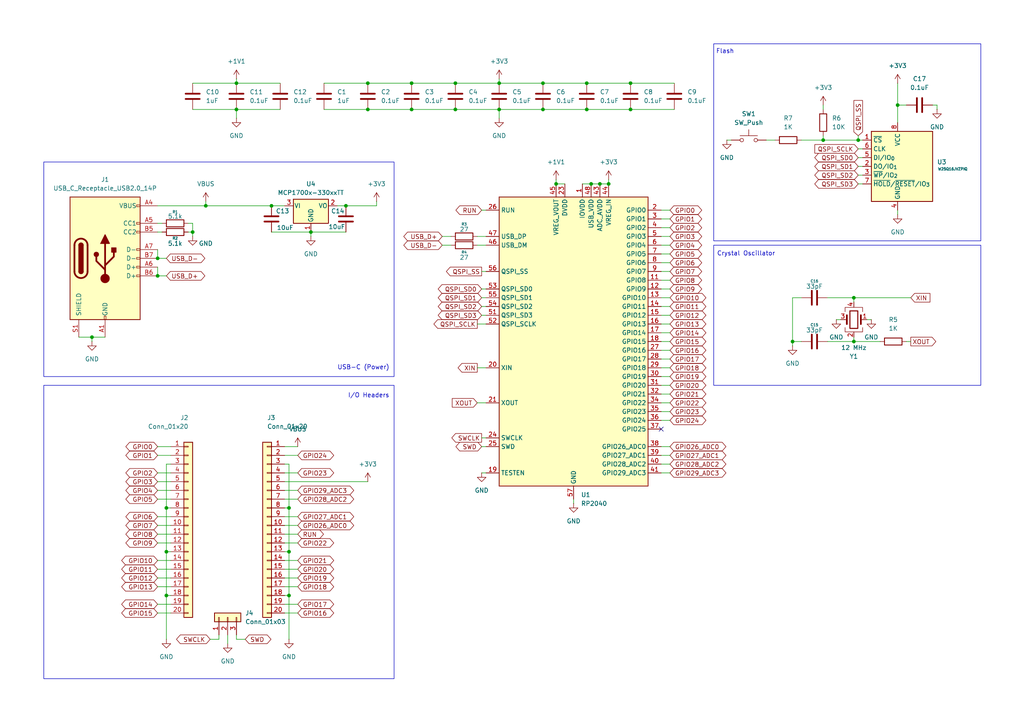
<source format=kicad_sch>
(kicad_sch (version 20250114) (generator "eeschema") (generator_version "9.0")
  (paper "A4")
  (lib_symbols
    (symbol "Connector:USB_C_Receptacle_USB2.0_14P" (pin_names (offset 1.016))
      (property "Reference" "J" (at 0 22.225 0))
      (property "Value" "USB_C_Receptacle_USB2.0_14P" (at 0 19.685 0))
      (symbol "USB_C_Receptacle_USB2.0_14P_1_1"
        (pin passive line (at -7.62 -22.86 90) (length 5.08) (name "SHIELD") (number "S1"))
        (pin passive line (at 0 -22.86 90) (length 5.08) (name "GND") (number "A1"))
        (pin passive line (at 0 -22.86 90) (length 5.08) (hide yes) (name "GND") (number "A12"))
        (pin passive line (at 0 -22.86 90) (length 5.08) (hide yes) (name "GND") (number "B1"))
        (pin passive line (at 0 -22.86 90) (length 5.08) (hide yes) (name "GND") (number "B12"))
        (pin passive line (at 15.24 15.24 180) (length 5.08) (name "VBUS") (number "A4"))
        (pin passive line (at 15.24 15.24 180) (length 5.08) (hide yes) (name "VBUS") (number "A9"))
        (pin passive line (at 15.24 15.24 180) (length 5.08) (hide yes) (name "VBUS") (number "B4"))
        (pin passive line (at 15.24 15.24 180) (length 5.08) (hide yes) (name "VBUS") (number "B9"))
        (pin bidirectional line (at 15.24 10.16 180) (length 5.08) (name "CC1") (number "A5"))
        (pin bidirectional line (at 15.24 7.62 180) (length 5.08) (name "CC2") (number "B5"))
        (pin bidirectional line (at 15.24 2.54 180) (length 5.08) (name "D-") (number "A7"))
        (pin bidirectional line (at 15.24 0 180) (length 5.08) (name "D-") (number "B7"))
        (pin bidirectional line (at 15.24 -2.54 180) (length 5.08) (name "D+") (number "A6"))
        (pin bidirectional line (at 15.24 -5.08 180) (length 5.08) (name "D+") (number "B6"))
      )
    )
    (symbol "Connector_Generic:Conn_01x03" (pin_names (offset 1.016) (hide yes))
      (property "Reference" "J" (at 0 5.08 0))
      (property "Value" "Conn_01x03" (at 0 -5.08 0))
      (symbol "Conn_01x03_1_1"
        (pin passive line (at -5.08 2.54 0) (length 3.81) (name "Pin_1") (number "1"))
        (pin passive line (at -5.08 0 0) (length 3.81) (name "Pin_2") (number "2"))
        (pin passive line (at -5.08 -2.54 0) (length 3.81) (name "Pin_3") (number "3"))
      )
    )
    (symbol "Connector_Generic:Conn_01x20" (pin_names (offset 1.016) (hide yes))
      (property "Reference" "J" (at 0 25.4 0))
      (property "Value" "Conn_01x20" (at 0 -27.94 0))
      (symbol "Conn_01x20_1_1"
        (pin passive line (at -5.08 22.86 0) (length 3.81) (name "Pin_1") (number "1"))
        (pin passive line (at -5.08 20.32 0) (length 3.81) (name "Pin_2") (number "2"))
        (pin passive line (at -5.08 17.78 0) (length 3.81) (name "Pin_3") (number "3"))
        (pin passive line (at -5.08 15.24 0) (length 3.81) (name "Pin_4") (number "4"))
        (pin passive line (at -5.08 12.7 0) (length 3.81) (name "Pin_5") (number "5"))
        (pin passive line (at -5.08 10.16 0) (length 3.81) (name "Pin_6") (number "6"))
        (pin passive line (at -5.08 7.62 0) (length 3.81) (name "Pin_7") (number "7"))
        (pin passive line (at -5.08 5.08 0) (length 3.81) (name "Pin_8") (number "8"))
        (pin passive line (at -5.08 2.54 0) (length 3.81) (name "Pin_9") (number "9"))
        (pin passive line (at -5.08 0 0) (length 3.81) (name "Pin_10") (number "10"))
        (pin passive line (at -5.08 -2.54 0) (length 3.81) (name "Pin_11") (number "11"))
        (pin passive line (at -5.08 -5.08 0) (length 3.81) (name "Pin_12") (number "12"))
        (pin passive line (at -5.08 -7.62 0) (length 3.81) (name "Pin_13") (number "13"))
        (pin passive line (at -5.08 -10.16 0) (length 3.81) (name "Pin_14") (number "14"))
        (pin passive line (at -5.08 -12.7 0) (length 3.81) (name "Pin_15") (number "15"))
        (pin passive line (at -5.08 -15.24 0) (length 3.81) (name "Pin_16") (number "16"))
        (pin passive line (at -5.08 -17.78 0) (length 3.81) (name "Pin_17") (number "17"))
        (pin passive line (at -5.08 -20.32 0) (length 3.81) (name "Pin_18") (number "18"))
        (pin passive line (at -5.08 -22.86 0) (length 3.81) (name "Pin_19") (number "19"))
        (pin passive line (at -5.08 -25.4 0) (length 3.81) (name "Pin_20") (number "20"))
      )
    )
    (symbol "Device:C" (pin_numbers (hide yes)) (pin_names (offset 0.254))
      (property "Reference" "C" (at 0.635 2.54 0))
      (property "Value" "C" (at 0.635 -2.54 0))
      (symbol "C_1_1"
        (pin passive line (at 0 3.81 270) (length 2.794) (name "~") (number "1"))
        (pin passive line (at 0 -3.81 90) (length 2.794) (name "~") (number "2"))
      )
    )
    (symbol "Device:Crystal_GND24" (pin_names (offset 1.016) (hide yes))
      (property "Reference" "Y" (at 3.175 5.08 0))
      (property "Value" "Crystal_GND24" (at 3.175 3.175 0))
      (symbol "Crystal_GND24_1_1"
        (pin passive line (at -3.81 0 0) (length 1.27) (name "1") (number "1"))
        (pin passive line (at 0 5.08 270) (length 1.27) (name "2") (number "2"))
        (pin passive line (at 0 -5.08 90) (length 1.27) (name "4") (number "4"))
        (pin passive line (at 3.81 0 180) (length 1.27) (name "3") (number "3"))
      )
    )
    (symbol "Device:R" (pin_numbers (hide yes)) (pin_names (offset 0))
      (property "Reference" "R" (at 2.032 0 90))
      (property "Value" "R" (at 0 0 90))
      (symbol "R_1_1"
        (pin passive line (at 0 3.81 270) (length 1.27) (name "~") (number "1"))
        (pin passive line (at 0 -3.81 90) (length 1.27) (name "~") (number "2"))
      )
    )
    (symbol "MCU_RaspberryPi:RP2040"
      (property "Reference" "U" (at 17.78 45.72 0))
      (property "Value" "RP2040" (at 17.78 43.18 0))
      (symbol "RP2040_1_1"
        (pin input line (at -25.4 38.1 0) (length 3.81) (name "RUN") (number "26"))
        (pin bidirectional line (at -25.4 30.48 0) (length 3.81) (name "USB_DP") (number "47"))
        (pin bidirectional line (at -25.4 27.94 0) (length 3.81) (name "USB_DM") (number "46"))
        (pin bidirectional line (at -25.4 20.32 0) (length 3.81) (name "QSPI_SS") (number "56"))
        (pin bidirectional line (at -25.4 15.24 0) (length 3.81) (name "QSPI_SD0") (number "53"))
        (pin bidirectional line (at -25.4 12.7 0) (length 3.81) (name "QSPI_SD1") (number "55"))
        (pin bidirectional line (at -25.4 10.16 0) (length 3.81) (name "QSPI_SD2") (number "54"))
        (pin bidirectional line (at -25.4 7.62 0) (length 3.81) (name "QSPI_SD3") (number "51"))
        (pin output line (at -25.4 5.08 0) (length 3.81) (name "QSPI_SCLK") (number "52"))
        (pin input line (at -25.4 -7.62 0) (length 3.81) (name "XIN") (number "20"))
        (pin passive line (at -25.4 -17.78 0) (length 3.81) (name "XOUT") (number "21"))
        (pin input line (at -25.4 -27.94 0) (length 3.81) (name "SWCLK") (number "24"))
        (pin bidirectional line (at -25.4 -30.48 0) (length 3.81) (name "SWD") (number "25"))
        (pin input line (at -25.4 -38.1 0) (length 3.81) (name "TESTEN") (number "19"))
        (pin power_out line (at -5.08 45.72 270) (length 3.81) (name "VREG_VOUT") (number "45"))
        (pin power_in line (at -2.54 45.72 270) (length 3.81) (name "DVDD") (number "23"))
        (pin passive line (at -2.54 45.72 270) (length 3.81) (hide yes) (name "DVDD") (number "50"))
        (pin power_in line (at 0 -45.72 90) (length 3.81) (name "GND") (number "57"))
        (pin power_in line (at 2.54 45.72 270) (length 3.81) (name "IOVDD") (number "1"))
        (pin passive line (at 2.54 45.72 270) (length 3.81) (hide yes) (name "IOVDD") (number "10"))
        (pin passive line (at 2.54 45.72 270) (length 3.81) (hide yes) (name "IOVDD") (number "22"))
        (pin passive line (at 2.54 45.72 270) (length 3.81) (hide yes) (name "IOVDD") (number "33"))
        (pin passive line (at 2.54 45.72 270) (length 3.81) (hide yes) (name "IOVDD") (number "42"))
        (pin passive line (at 2.54 45.72 270) (length 3.81) (hide yes) (name "IOVDD") (number "49"))
        (pin power_in line (at 5.08 45.72 270) (length 3.81) (name "USB_VDD") (number "48"))
        (pin power_in line (at 7.62 45.72 270) (length 3.81) (name "ADC_AVDD") (number "43"))
        (pin power_in line (at 10.16 45.72 270) (length 3.81) (name "VREG_IN") (number "44"))
        (pin bidirectional line (at 25.4 38.1 180) (length 3.81) (name "GPIO0") (number "2"))
        (pin bidirectional line (at 25.4 35.56 180) (length 3.81) (name "GPIO1") (number "3"))
        (pin bidirectional line (at 25.4 33.02 180) (length 3.81) (name "GPIO2") (number "4"))
        (pin bidirectional line (at 25.4 30.48 180) (length 3.81) (name "GPIO3") (number "5"))
        (pin bidirectional line (at 25.4 27.94 180) (length 3.81) (name "GPIO4") (number "6"))
        (pin bidirectional line (at 25.4 25.4 180) (length 3.81) (name "GPIO5") (number "7"))
        (pin bidirectional line (at 25.4 22.86 180) (length 3.81) (name "GPIO6") (number "8"))
        (pin bidirectional line (at 25.4 20.32 180) (length 3.81) (name "GPIO7") (number "9"))
        (pin bidirectional line (at 25.4 17.78 180) (length 3.81) (name "GPIO8") (number "11"))
        (pin bidirectional line (at 25.4 15.24 180) (length 3.81) (name "GPIO9") (number "12"))
        (pin bidirectional line (at 25.4 12.7 180) (length 3.81) (name "GPIO10") (number "13"))
        (pin bidirectional line (at 25.4 10.16 180) (length 3.81) (name "GPIO11") (number "14"))
        (pin bidirectional line (at 25.4 7.62 180) (length 3.81) (name "GPIO12") (number "15"))
        (pin bidirectional line (at 25.4 5.08 180) (length 3.81) (name "GPIO13") (number "16"))
        (pin bidirectional line (at 25.4 2.54 180) (length 3.81) (name "GPIO14") (number "17"))
        (pin bidirectional line (at 25.4 0 180) (length 3.81) (name "GPIO15") (number "18"))
        (pin bidirectional line (at 25.4 -2.54 180) (length 3.81) (name "GPIO16") (number "27"))
        (pin bidirectional line (at 25.4 -5.08 180) (length 3.81) (name "GPIO17") (number "28"))
        (pin bidirectional line (at 25.4 -7.62 180) (length 3.81) (name "GPIO18") (number "29"))
        (pin bidirectional line (at 25.4 -10.16 180) (length 3.81) (name "GPIO19") (number "30"))
        (pin bidirectional line (at 25.4 -12.7 180) (length 3.81) (name "GPIO20") (number "31"))
        (pin bidirectional line (at 25.4 -15.24 180) (length 3.81) (name "GPIO21") (number "32"))
        (pin bidirectional line (at 25.4 -17.78 180) (length 3.81) (name "GPIO22") (number "34"))
        (pin bidirectional line (at 25.4 -20.32 180) (length 3.81) (name "GPIO23") (number "35"))
        (pin bidirectional line (at 25.4 -22.86 180) (length 3.81) (name "GPIO24") (number "36"))
        (pin bidirectional line (at 25.4 -25.4 180) (length 3.81) (name "GPIO25") (number "37"))
        (pin bidirectional line (at 25.4 -30.48 180) (length 3.81) (name "GPIO26_ADC0") (number "38"))
        (pin bidirectional line (at 25.4 -33.02 180) (length 3.81) (name "GPIO27_ADC1") (number "39"))
        (pin bidirectional line (at 25.4 -35.56 180) (length 3.81) (name "GPIO28_ADC2") (number "40"))
        (pin bidirectional line (at 25.4 -38.1 180) (length 3.81) (name "GPIO29_ADC3") (number "41"))
      )
    )
    (symbol "Memory_Flash:W25Q128JVS"
      (property "Reference" "U" (at -6.35 11.43 0))
      (property "Value" "W25Q128JVS" (at 7.62 11.43 0))
      (symbol "W25Q128JVS_1_1"
        (pin input line (at -10.16 7.62 0) (length 2.54) (name "~{CS}") (number "1"))
        (pin input line (at -10.16 5.08 0) (length 2.54) (name "CLK") (number "6"))
        (pin bidirectional line (at -10.16 2.54 0) (length 2.54) (name "DI/IO_{0}") (number "5"))
        (pin bidirectional line (at -10.16 0 0) (length 2.54) (name "DO/IO_{1}") (number "2"))
        (pin bidirectional line (at -10.16 -2.54 0) (length 2.54) (name "~{WP}/IO_{2}") (number "3"))
        (pin bidirectional line (at -10.16 -5.08 0) (length 2.54) (name "~{HOLD}/~{RESET}/IO_{3}") (number "7"))
        (pin power_in line (at 0 12.7 270) (length 2.54) (name "VCC") (number "8"))
        (pin power_in line (at 0 -12.7 90) (length 2.54) (name "GND") (number "4"))
      )
    )
    (symbol "Regulator_Linear:MCP1700x-330xxTT" (pin_names (offset 0.254))
      (property "Reference" "U" (at -3.81 3.175 0))
      (property "Value" "MCP1700x-330xxTT" (at 0 3.175 0))
      (symbol "MCP1700x-330xxTT_1_1"
        (pin power_in line (at -7.62 0 0) (length 2.54) (name "VI") (number "3"))
        (pin power_in line (at 0 -7.62 90) (length 2.54) (name "GND") (number "1"))
        (pin power_out line (at 7.62 0 180) (length 2.54) (name "VO") (number "2"))
      )
    )
    (symbol "Switch:SW_Push" (pin_numbers (hide yes)) (pin_names (offset 1.016) (hide yes))
      (property "Reference" "SW" (at 1.27 2.54 0))
      (property "Value" "SW_Push" (at 0 -1.524 0))
      (symbol "SW_Push_0_1"
        (pin passive line (at -5.08 0 0) (length 2.54) (name "1") (number "1"))
        (pin passive line (at 5.08 0 180) (length 2.54) (name "2") (number "2"))
      )
    )
    (symbol "power:+1V1" (power) (pin_numbers (hide yes)) (pin_names (offset 0) (hide yes))
      (property "Value" "+1V1" (at 0 3.556 0))
      (symbol "+1V1_1_1"
        (pin power_in line (at 0 0 90) (length 0) (name "~") (number "1"))
      )
    )
    (symbol "power:+3V3" (power) (pin_numbers (hide yes)) (pin_names (offset 0) (hide yes))
      (property "Value" "+3V3" (at 0 3.556 0))
      (symbol "+3V3_1_1"
        (pin power_in line (at 0 0 90) (length 0) (name "~") (number "1"))
      )
    )
    (symbol "power:GND" (power) (pin_numbers (hide yes)) (pin_names (offset 0) (hide yes))
      (property "Value" "GND" (at 0 -3.81 0))
      (symbol "GND_1_1"
        (pin power_in line (at 0 0 270) (length 0) (name "~") (number "1"))
      )
    )
    (symbol "power:VBUS" (power) (pin_numbers (hide yes)) (pin_names (offset 0) (hide yes))
      (property "Value" "VBUS" (at 0 3.556 0))
      (symbol "VBUS_1_1"
        (pin power_in line (at 0 0 90) (length 0) (name "~") (number "1"))
      )
    )
  )
  (rectangle (start 12.7 46.99) (end 114.3 109.22))
  (rectangle (start 207.01 71.12) (end 284.48 111.76))
  (rectangle (start 207.01 12.7) (end 284.48 69.85))
  (rectangle (start 12.7 111.76) (end 114.3 196.85))
  (text "Crystal Oscillator\n" (at 216.408 73.66 0) (effects (font (size 1.27 1.27))))
  (text "I/O Headers" (at 106.934 114.808 0) (effects (font (size 1.27 1.27))))
  (text "USB-C (Power)" (at 105.41 106.68 0) (effects (font (size 1.27 1.27))))
  (text "Flash\n" (at 210.312 14.986 0) (effects (font (size 1.27 1.27))))
  (junction (at 171.45 53.34))
  (junction (at 48.26 160.02))
  (junction (at 83.82 160.02))
  (junction (at 157.48 31.75))
  (junction (at 157.48 24.13))
  (junction (at 119.38 31.75))
  (junction (at 55.88 67.31))
  (junction (at 132.08 31.75))
  (junction (at 83.82 172.72))
  (junction (at 248.92 40.64))
  (junction (at 170.18 24.13))
  (junction (at 48.26 172.72))
  (junction (at 144.78 31.75))
  (junction (at 119.38 24.13))
  (junction (at 182.88 31.75))
  (junction (at 83.82 147.32))
  (junction (at 48.26 147.32))
  (junction (at 260.35 30.48))
  (junction (at 144.78 24.13))
  (junction (at 170.18 31.75))
  (junction (at 90.17 67.31))
  (junction (at 132.08 24.13))
  (junction (at 161.29 53.34))
  (junction (at 106.68 24.13))
  (junction (at 173.99 53.34))
  (junction (at 59.69 59.69))
  (junction (at 45.72 80.01))
  (junction (at 100.33 59.69))
  (junction (at 238.76 40.64))
  (junction (at 247.65 99.06))
  (junction (at 106.68 31.75))
  (junction (at 68.58 31.75))
  (junction (at 182.88 24.13))
  (junction (at 26.67 97.79))
  (junction (at 247.65 86.36))
  (junction (at 229.87 99.06))
  (junction (at 78.74 59.69))
  (junction (at 68.58 24.13))
  (junction (at 176.53 53.34))
  (junction (at 45.72 74.93))
  (no_connect (at 191.77 124.46))
  (wire (pts (xy 86.36 175.26) (xy 82.55 175.26)))
  (wire (pts (xy 262.89 99.06) (xy 264.16 99.06)))
  (wire (pts (xy 166.37 144.78) (xy 166.37 146.05)))
  (wire (pts (xy 139.7 83.82) (xy 140.97 83.82)))
  (wire (pts (xy 132.08 24.13) (xy 144.78 24.13)))
  (wire (pts (xy 45.72 167.64) (xy 49.53 167.64)))
  (wire (pts (xy 144.78 31.75) (xy 157.48 31.75)))
  (wire (pts (xy 45.72 157.48) (xy 49.53 157.48)))
  (wire (pts (xy 119.38 24.13) (xy 132.08 24.13)))
  (wire (pts (xy 248.92 43.18) (xy 250.19 43.18)))
  (wire (pts (xy 191.77 88.9) (xy 194.31 88.9)))
  (wire (pts (xy 45.72 77.47) (xy 45.72 80.01)))
  (wire (pts (xy 191.77 109.22) (xy 194.31 109.22)))
  (wire (pts (xy 191.77 129.54) (xy 194.31 129.54)))
  (wire (pts (xy 45.72 139.7) (xy 49.53 139.7)))
  (wire (pts (xy 170.18 31.75) (xy 182.88 31.75)))
  (wire (pts (xy 93.98 31.75) (xy 106.68 31.75)))
  (wire (pts (xy 82.55 132.08) (xy 86.36 132.08)))
  (wire (pts (xy 182.88 24.13) (xy 195.58 24.13)))
  (wire (pts (xy 132.08 31.75) (xy 144.78 31.75)))
  (wire (pts (xy 78.74 67.31) (xy 90.17 67.31)))
  (wire (pts (xy 68.58 184.15) (xy 68.58 185.42)))
  (wire (pts (xy 45.72 177.8) (xy 49.53 177.8)))
  (wire (pts (xy 248.92 39.37) (xy 248.92 40.64)))
  (wire (pts (xy 238.76 30.48) (xy 238.76 31.75)))
  (wire (pts (xy 48.26 160.02) (xy 49.53 160.02)))
  (wire (pts (xy 242.57 92.71) (xy 243.84 92.71)))
  (wire (pts (xy 191.77 68.58) (xy 194.31 68.58)))
  (wire (pts (xy 45.72 64.77) (xy 46.99 64.77)))
  (wire (pts (xy 144.78 22.86) (xy 144.78 24.13)))
  (wire (pts (xy 191.77 71.12) (xy 194.31 71.12)))
  (wire (pts (xy 248.92 40.64) (xy 250.19 40.64)))
  (wire (pts (xy 191.77 60.96) (xy 194.31 60.96)))
  (wire (pts (xy 191.77 76.2) (xy 194.31 76.2)))
  (wire (pts (xy 45.72 149.86) (xy 49.53 149.86)))
  (wire (pts (xy 68.58 24.13) (xy 81.28 24.13)))
  (wire (pts (xy 248.92 48.26) (xy 250.19 48.26)))
  (wire (pts (xy 191.77 106.68) (xy 194.31 106.68)))
  (wire (pts (xy 55.88 64.77) (xy 55.88 67.31)))
  (wire (pts (xy 191.77 99.06) (xy 194.31 99.06)))
  (wire (pts (xy 191.77 119.38) (xy 194.31 119.38)))
  (wire (pts (xy 210.82 40.64) (xy 212.09 40.64)))
  (wire (pts (xy 247.65 86.36) (xy 247.65 87.63)))
  (wire (pts (xy 161.29 52.07) (xy 161.29 53.34)))
  (wire (pts (xy 83.82 172.72) (xy 82.55 172.72)))
  (wire (pts (xy 260.35 30.48) (xy 262.89 30.48)))
  (wire (pts (xy 22.86 97.79) (xy 26.67 97.79)))
  (wire (pts (xy 45.72 154.94) (xy 49.53 154.94)))
  (wire (pts (xy 138.43 106.68) (xy 140.97 106.68)))
  (wire (pts (xy 191.77 83.82) (xy 194.31 83.82)))
  (wire (pts (xy 45.72 132.08) (xy 49.53 132.08)))
  (wire (pts (xy 139.7 60.96) (xy 140.97 60.96)))
  (wire (pts (xy 48.26 147.32) (xy 48.26 160.02)))
  (wire (pts (xy 139.7 129.54) (xy 140.97 129.54)))
  (wire (pts (xy 45.72 67.31) (xy 46.99 67.31)))
  (wire (pts (xy 45.72 74.93) (xy 48.26 74.93)))
  (wire (pts (xy 260.35 30.48) (xy 260.35 35.56)))
  (wire (pts (xy 191.77 104.14) (xy 194.31 104.14)))
  (wire (pts (xy 26.67 97.79) (xy 26.67 99.06)))
  (wire (pts (xy 55.88 31.75) (xy 68.58 31.75)))
  (wire (pts (xy 247.65 99.06) (xy 255.27 99.06)))
  (wire (pts (xy 240.03 99.06) (xy 247.65 99.06)))
  (wire (pts (xy 82.55 160.02) (xy 83.82 160.02)))
  (wire (pts (xy 68.58 22.86) (xy 68.58 24.13)))
  (wire (pts (xy 182.88 31.75) (xy 195.58 31.75)))
  (wire (pts (xy 229.87 86.36) (xy 229.87 99.06)))
  (wire (pts (xy 86.36 129.54) (xy 82.55 129.54)))
  (wire (pts (xy 138.43 71.12) (xy 140.97 71.12)))
  (wire (pts (xy 90.17 67.31) (xy 90.17 68.58)))
  (wire (pts (xy 191.77 96.52) (xy 194.31 96.52)))
  (wire (pts (xy 55.88 67.31) (xy 55.88 68.58)))
  (wire (pts (xy 26.67 97.79) (xy 30.48 97.79)))
  (wire (pts (xy 45.72 152.4) (xy 49.53 152.4)))
  (wire (pts (xy 191.77 93.98) (xy 194.31 93.98)))
  (wire (pts (xy 45.72 72.39) (xy 45.72 74.93)))
  (wire (pts (xy 139.7 137.16) (xy 140.97 137.16)))
  (wire (pts (xy 68.58 31.75) (xy 68.58 34.29)))
  (wire (pts (xy 191.77 137.16) (xy 194.31 137.16)))
  (wire (pts (xy 191.77 66.04) (xy 194.31 66.04)))
  (wire (pts (xy 86.36 170.18) (xy 82.55 170.18)))
  (wire (pts (xy 45.72 170.18) (xy 49.53 170.18)))
  (wire (pts (xy 78.74 59.69) (xy 82.55 59.69)))
  (wire (pts (xy 176.53 52.07) (xy 176.53 53.34)))
  (wire (pts (xy 83.82 147.32) (xy 83.82 160.02)))
  (wire (pts (xy 45.72 129.54) (xy 49.53 129.54)))
  (wire (pts (xy 128.27 71.12) (xy 130.81 71.12)))
  (wire (pts (xy 82.55 134.62) (xy 83.82 134.62)))
  (wire (pts (xy 248.92 53.34) (xy 250.19 53.34)))
  (wire (pts (xy 55.88 24.13) (xy 68.58 24.13)))
  (wire (pts (xy 97.79 59.69) (xy 100.33 59.69)))
  (wire (pts (xy 168.91 53.34) (xy 171.45 53.34)))
  (wire (pts (xy 173.99 53.34) (xy 176.53 53.34)))
  (wire (pts (xy 138.43 116.84) (xy 140.97 116.84)))
  (wire (pts (xy 191.77 91.44) (xy 194.31 91.44)))
  (wire (pts (xy 232.41 40.64) (xy 238.76 40.64)))
  (wire (pts (xy 45.72 142.24) (xy 49.53 142.24)))
  (wire (pts (xy 109.22 58.42) (xy 109.22 59.69)))
  (wire (pts (xy 86.36 149.86) (xy 82.55 149.86)))
  (wire (pts (xy 68.58 31.75) (xy 81.28 31.75)))
  (wire (pts (xy 60.96 185.42) (xy 63.5 185.42)))
  (wire (pts (xy 247.65 86.36) (xy 264.16 86.36)))
  (wire (pts (xy 86.36 157.48) (xy 82.55 157.48)))
  (wire (pts (xy 138.43 93.98) (xy 140.97 93.98)))
  (wire (pts (xy 66.04 184.15) (xy 66.04 186.69)))
  (wire (pts (xy 86.36 154.94) (xy 82.55 154.94)))
  (wire (pts (xy 191.77 134.62) (xy 194.31 134.62)))
  (wire (pts (xy 260.35 24.13) (xy 260.35 30.48)))
  (wire (pts (xy 48.26 172.72) (xy 48.26 185.42)))
  (wire (pts (xy 260.35 60.96) (xy 260.35 62.23)))
  (wire (pts (xy 86.36 152.4) (xy 82.55 152.4)))
  (wire (pts (xy 68.58 185.42) (xy 71.12 185.42)))
  (wire (pts (xy 139.7 91.44) (xy 140.97 91.44)))
  (wire (pts (xy 48.26 147.32) (xy 49.53 147.32)))
  (wire (pts (xy 191.77 116.84) (xy 194.31 116.84)))
  (wire (pts (xy 90.17 67.31) (xy 100.33 67.31)))
  (wire (pts (xy 93.98 24.13) (xy 106.68 24.13)))
  (wire (pts (xy 54.61 64.77) (xy 55.88 64.77)))
  (wire (pts (xy 139.7 127) (xy 140.97 127)))
  (wire (pts (xy 270.51 30.48) (xy 271.78 30.48)))
  (wire (pts (xy 191.77 73.66) (xy 194.31 73.66)))
  (wire (pts (xy 106.68 139.7) (xy 82.55 139.7)))
  (wire (pts (xy 144.78 31.75) (xy 144.78 34.29)))
  (wire (pts (xy 45.72 80.01) (xy 48.26 80.01)))
  (wire (pts (xy 139.7 78.74) (xy 140.97 78.74)))
  (wire (pts (xy 45.72 165.1) (xy 49.53 165.1)))
  (wire (pts (xy 83.82 134.62) (xy 83.82 147.32)))
  (wire (pts (xy 191.77 63.5) (xy 194.31 63.5)))
  (wire (pts (xy 49.53 134.62) (xy 48.26 134.62)))
  (wire (pts (xy 144.78 24.13) (xy 157.48 24.13)))
  (wire (pts (xy 86.36 162.56) (xy 82.55 162.56)))
  (wire (pts (xy 106.68 24.13) (xy 119.38 24.13)))
  (wire (pts (xy 45.72 162.56) (xy 49.53 162.56)))
  (wire (pts (xy 45.72 137.16) (xy 49.53 137.16)))
  (wire (pts (xy 63.5 184.15) (xy 63.5 185.42)))
  (wire (pts (xy 248.92 50.8) (xy 250.19 50.8)))
  (wire (pts (xy 191.77 78.74) (xy 194.31 78.74)))
  (wire (pts (xy 82.55 137.16) (xy 86.36 137.16)))
  (wire (pts (xy 128.27 68.58) (xy 130.81 68.58)))
  (wire (pts (xy 119.38 31.75) (xy 132.08 31.75)))
  (wire (pts (xy 139.7 86.36) (xy 140.97 86.36)))
  (wire (pts (xy 248.92 45.72) (xy 250.19 45.72)))
  (wire (pts (xy 59.69 58.42) (xy 59.69 59.69)))
  (wire (pts (xy 45.72 144.78) (xy 49.53 144.78)))
  (wire (pts (xy 240.03 86.36) (xy 247.65 86.36)))
  (wire (pts (xy 232.41 86.36) (xy 229.87 86.36)))
  (wire (pts (xy 48.26 160.02) (xy 48.26 172.72)))
  (wire (pts (xy 171.45 53.34) (xy 173.99 53.34)))
  (wire (pts (xy 157.48 31.75) (xy 170.18 31.75)))
  (wire (pts (xy 191.77 132.08) (xy 194.31 132.08)))
  (wire (pts (xy 222.25 40.64) (xy 224.79 40.64)))
  (wire (pts (xy 106.68 31.75) (xy 119.38 31.75)))
  (wire (pts (xy 191.77 101.6) (xy 194.31 101.6)))
  (wire (pts (xy 45.72 175.26) (xy 49.53 175.26)))
  (wire (pts (xy 54.61 67.31) (xy 55.88 67.31)))
  (wire (pts (xy 191.77 111.76) (xy 194.31 111.76)))
  (wire (pts (xy 229.87 99.06) (xy 232.41 99.06)))
  (wire (pts (xy 191.77 81.28) (xy 194.31 81.28)))
  (wire (pts (xy 238.76 40.64) (xy 238.76 39.37)))
  (wire (pts (xy 48.26 134.62) (xy 48.26 147.32)))
  (wire (pts (xy 100.33 59.69) (xy 109.22 59.69)))
  (wire (pts (xy 48.26 172.72) (xy 49.53 172.72)))
  (wire (pts (xy 157.48 24.13) (xy 170.18 24.13)))
  (wire (pts (xy 59.69 59.69) (xy 78.74 59.69)))
  (wire (pts (xy 248.92 40.64) (xy 238.76 40.64)))
  (wire (pts (xy 45.72 59.69) (xy 59.69 59.69)))
  (wire (pts (xy 191.77 114.3) (xy 194.31 114.3)))
  (wire (pts (xy 86.36 144.78) (xy 82.55 144.78)))
  (wire (pts (xy 82.55 142.24) (xy 86.36 142.24)))
  (wire (pts (xy 86.36 165.1) (xy 82.55 165.1)))
  (wire (pts (xy 170.18 24.13) (xy 182.88 24.13)))
  (wire (pts (xy 191.77 86.36) (xy 194.31 86.36)))
  (wire (pts (xy 161.29 53.34) (xy 163.83 53.34)))
  (wire (pts (xy 229.87 99.06) (xy 229.87 100.33)))
  (wire (pts (xy 271.78 30.48) (xy 271.78 31.75)))
  (wire (pts (xy 83.82 160.02) (xy 83.82 172.72)))
  (wire (pts (xy 86.36 177.8) (xy 82.55 177.8)))
  (wire (pts (xy 191.77 121.92) (xy 194.31 121.92)))
  (wire (pts (xy 83.82 147.32) (xy 82.55 147.32)))
  (wire (pts (xy 138.43 68.58) (xy 140.97 68.58)))
  (wire (pts (xy 251.46 92.71) (xy 252.73 92.71)))
  (wire (pts (xy 247.65 97.79) (xy 247.65 99.06)))
  (wire (pts (xy 83.82 172.72) (xy 83.82 185.42)))
  (wire (pts (xy 86.36 167.64) (xy 82.55 167.64)))
  (wire (pts (xy 139.7 88.9) (xy 140.97 88.9)))
  (global_label "QSPI_SD0" (shape bidirectional) (at 139.7 83.82 180) (property "Intersheetrefs" "${INTERSHEET_REFS}" (effects (hide yes))))
  (global_label "GPIO10" (shape bidirectional) (at 45.72 162.56 180) (property "Intersheetrefs" "${INTERSHEET_REFS}" (effects (hide yes))))
  (global_label "GPIO6" (shape bidirectional) (at 45.72 149.86 180) (property "Intersheetrefs" "${INTERSHEET_REFS}" (effects (hide yes))))
  (global_label "GPIO3" (shape bidirectional) (at 194.31 68.58 0) (property "Intersheetrefs" "${INTERSHEET_REFS}" (effects (hide yes))))
  (global_label "GPIO0" (shape bidirectional) (at 45.72 129.54 180) (property "Intersheetrefs" "${INTERSHEET_REFS}" (effects (hide yes))))
  (global_label "GPIO10" (shape bidirectional) (at 194.31 86.36 0) (property "Intersheetrefs" "${INTERSHEET_REFS}" (effects (hide yes))))
  (global_label "QSPI_SS" (shape input) (at 248.92 39.37 90) (property "Intersheetrefs" "${INTERSHEET_REFS}" (effects (hide yes))))
  (global_label "SWCLK" (shape bidirectional) (at 60.96 185.42 180) (property "Intersheetrefs" "${INTERSHEET_REFS}" (effects (hide yes))))
  (global_label "XIN" (shape input) (at 264.16 86.36 0) (property "Intersheetrefs" "${INTERSHEET_REFS}" (effects (hide yes))))
  (global_label "GPIO18" (shape bidirectional) (at 86.36 170.18 0) (property "Intersheetrefs" "${INTERSHEET_REFS}" (effects (hide yes))))
  (global_label "GPIO2" (shape bidirectional) (at 45.72 137.16 180) (property "Intersheetrefs" "${INTERSHEET_REFS}" (effects (hide yes))))
  (global_label "SWD" (shape bidirectional) (at 71.12 185.42 0) (property "Intersheetrefs" "${INTERSHEET_REFS}" (effects (hide yes))))
  (global_label "GPIO11" (shape bidirectional) (at 45.72 165.1 180) (property "Intersheetrefs" "${INTERSHEET_REFS}" (effects (hide yes))))
  (global_label "GPIO16" (shape bidirectional) (at 86.36 177.8 0) (property "Intersheetrefs" "${INTERSHEET_REFS}" (effects (hide yes))))
  (global_label "GPIO2" (shape bidirectional) (at 194.31 66.04 0) (property "Intersheetrefs" "${INTERSHEET_REFS}" (effects (hide yes))))
  (global_label "GPIO26_ADC0" (shape bidirectional) (at 86.36 152.4 0) (property "Intersheetrefs" "${INTERSHEET_REFS}" (effects (hide yes))))
  (global_label "GPIO14" (shape bidirectional) (at 194.31 96.52 0) (property "Intersheetrefs" "${INTERSHEET_REFS}" (effects (hide yes))))
  (global_label "GPIO5" (shape bidirectional) (at 194.31 73.66 0) (property "Intersheetrefs" "${INTERSHEET_REFS}" (effects (hide yes))))
  (global_label "USB_D+" (shape bidirectional) (at 128.27 68.58 180) (property "Intersheetrefs" "${INTERSHEET_REFS}" (effects (hide yes))))
  (global_label "QSPI_SD1" (shape bidirectional) (at 139.7 86.36 180) (property "Intersheetrefs" "${INTERSHEET_REFS}" (effects (hide yes))))
  (global_label "RUN" (shape bidirectional) (at 86.36 154.94 0) (property "Intersheetrefs" "${INTERSHEET_REFS}" (effects (hide yes))))
  (global_label "GPIO26_ADC0" (shape bidirectional) (at 194.31 129.54 0) (property "Intersheetrefs" "${INTERSHEET_REFS}" (effects (hide yes))))
  (global_label "QSPI_SD3" (shape bidirectional) (at 139.7 91.44 180) (property "Intersheetrefs" "${INTERSHEET_REFS}" (effects (hide yes))))
  (global_label "GPIO21" (shape bidirectional) (at 86.36 162.56 0) (property "Intersheetrefs" "${INTERSHEET_REFS}" (effects (hide yes))))
  (global_label "SWCLK" (shape output) (at 139.7 127 180) (property "Intersheetrefs" "${INTERSHEET_REFS}" (effects (hide yes))))
  (global_label "GPIO7" (shape bidirectional) (at 194.31 78.74 0) (property "Intersheetrefs" "${INTERSHEET_REFS}" (effects (hide yes))))
  (global_label "QSPI_SD3" (shape bidirectional) (at 248.92 53.34 180) (property "Intersheetrefs" "${INTERSHEET_REFS}" (effects (hide yes))))
  (global_label "RUN" (shape bidirectional) (at 139.7 60.96 180) (property "Intersheetrefs" "${INTERSHEET_REFS}" (effects (hide yes))))
  (global_label "GPIO15" (shape bidirectional) (at 45.72 177.8 180) (property "Intersheetrefs" "${INTERSHEET_REFS}" (effects (hide yes))))
  (global_label "GPIO13" (shape bidirectional) (at 194.31 93.98 0) (property "Intersheetrefs" "${INTERSHEET_REFS}" (effects (hide yes))))
  (global_label "GPIO28_ADC2" (shape bidirectional) (at 194.31 134.62 0) (property "Intersheetrefs" "${INTERSHEET_REFS}" (effects (hide yes))))
  (global_label "GPIO24" (shape bidirectional) (at 194.31 121.92 0) (property "Intersheetrefs" "${INTERSHEET_REFS}" (effects (hide yes))))
  (global_label "GPIO4" (shape bidirectional) (at 45.72 142.24 180) (property "Intersheetrefs" "${INTERSHEET_REFS}" (effects (hide yes))))
  (global_label "GPIO29_ADC3" (shape bidirectional) (at 194.31 137.16 0) (property "Intersheetrefs" "${INTERSHEET_REFS}" (effects (hide yes))))
  (global_label "XOUT" (shape output) (at 264.16 99.06 0) (property "Intersheetrefs" "${INTERSHEET_REFS}" (effects (hide yes))))
  (global_label "GPIO13" (shape bidirectional) (at 45.72 170.18 180) (property "Intersheetrefs" "${INTERSHEET_REFS}" (effects (hide yes))))
  (global_label "GPIO18" (shape bidirectional) (at 194.31 106.68 0) (property "Intersheetrefs" "${INTERSHEET_REFS}" (effects (hide yes))))
  (global_label "QSPI_SD2" (shape bidirectional) (at 248.92 50.8 180) (property "Intersheetrefs" "${INTERSHEET_REFS}" (effects (hide yes))))
  (global_label "GPIO20" (shape bidirectional) (at 194.31 111.76 0) (property "Intersheetrefs" "${INTERSHEET_REFS}" (effects (hide yes))))
  (global_label "GPIO5" (shape bidirectional) (at 45.72 144.78 180) (property "Intersheetrefs" "${INTERSHEET_REFS}" (effects (hide yes))))
  (global_label "QSPI_SCLK" (shape input) (at 248.92 43.18 180) (property "Intersheetrefs" "${INTERSHEET_REFS}" (effects (hide yes))))
  (global_label "GPIO29_ADC3" (shape bidirectional) (at 86.36 142.24 0) (property "Intersheetrefs" "${INTERSHEET_REFS}" (effects (hide yes))))
  (global_label "QSPI_SD1" (shape bidirectional) (at 248.92 48.26 180) (property "Intersheetrefs" "${INTERSHEET_REFS}" (effects (hide yes))))
  (global_label "GPIO27_ADC1" (shape bidirectional) (at 86.36 149.86 0) (property "Intersheetrefs" "${INTERSHEET_REFS}" (effects (hide yes))))
  (global_label "GPIO17" (shape bidirectional) (at 194.31 104.14 0) (property "Intersheetrefs" "${INTERSHEET_REFS}" (effects (hide yes))))
  (global_label "GPIO6" (shape bidirectional) (at 194.31 76.2 0) (property "Intersheetrefs" "${INTERSHEET_REFS}" (effects (hide yes))))
  (global_label "QSPI_SD0" (shape bidirectional) (at 248.92 45.72 180) (property "Intersheetrefs" "${INTERSHEET_REFS}" (effects (hide yes))))
  (global_label "GPIO14" (shape bidirectional) (at 45.72 175.26 180) (property "Intersheetrefs" "${INTERSHEET_REFS}" (effects (hide yes))))
  (global_label "GPIO21" (shape bidirectional) (at 194.31 114.3 0) (property "Intersheetrefs" "${INTERSHEET_REFS}" (effects (hide yes))))
  (global_label "GPIO22" (shape bidirectional) (at 86.36 157.48 0) (property "Intersheetrefs" "${INTERSHEET_REFS}" (effects (hide yes))))
  (global_label "GPIO1" (shape bidirectional) (at 194.31 63.5 0) (property "Intersheetrefs" "${INTERSHEET_REFS}" (effects (hide yes))))
  (global_label "QSPI_SCLK" (shape output) (at 138.43 93.98 180) (property "Intersheetrefs" "${INTERSHEET_REFS}" (effects (hide yes))))
  (global_label "GPIO20" (shape bidirectional) (at 86.36 165.1 0) (property "Intersheetrefs" "${INTERSHEET_REFS}" (effects (hide yes))))
  (global_label "GPIO16" (shape bidirectional) (at 194.31 101.6 0) (property "Intersheetrefs" "${INTERSHEET_REFS}" (effects (hide yes))))
  (global_label "USB_D+" (shape bidirectional) (at 48.26 80.01 0) (property "Intersheetrefs" "${INTERSHEET_REFS}" (effects (hide yes))))
  (global_label "GPIO9" (shape bidirectional) (at 194.31 83.82 0) (property "Intersheetrefs" "${INTERSHEET_REFS}" (effects (hide yes))))
  (global_label "USB_D-" (shape bidirectional) (at 48.26 74.93 0) (property "Intersheetrefs" "${INTERSHEET_REFS}" (effects (hide yes))))
  (global_label "GPIO8" (shape bidirectional) (at 194.31 81.28 0) (property "Intersheetrefs" "${INTERSHEET_REFS}" (effects (hide yes))))
  (global_label "GPIO22" (shape bidirectional) (at 194.31 116.84 0) (property "Intersheetrefs" "${INTERSHEET_REFS}" (effects (hide yes))))
  (global_label "GPIO0" (shape bidirectional) (at 194.31 60.96 0) (property "Intersheetrefs" "${INTERSHEET_REFS}" (effects (hide yes))))
  (global_label "XIN" (shape output) (at 138.43 106.68 180) (property "Intersheetrefs" "${INTERSHEET_REFS}" (effects (hide yes))))
  (global_label "USB_D-" (shape bidirectional) (at 128.27 71.12 180) (property "Intersheetrefs" "${INTERSHEET_REFS}" (effects (hide yes))))
  (global_label "GPIO3" (shape bidirectional) (at 45.72 139.7 180) (property "Intersheetrefs" "${INTERSHEET_REFS}" (effects (hide yes))))
  (global_label "GPIO1" (shape bidirectional) (at 45.72 132.08 180) (property "Intersheetrefs" "${INTERSHEET_REFS}" (effects (hide yes))))
  (global_label "GPIO12" (shape bidirectional) (at 45.72 167.64 180) (property "Intersheetrefs" "${INTERSHEET_REFS}" (effects (hide yes))))
  (global_label "GPIO19" (shape bidirectional) (at 194.31 109.22 0) (property "Intersheetrefs" "${INTERSHEET_REFS}" (effects (hide yes))))
  (global_label "GPIO11" (shape bidirectional) (at 194.31 88.9 0) (property "Intersheetrefs" "${INTERSHEET_REFS}" (effects (hide yes))))
  (global_label "QSPI_SD2" (shape bidirectional) (at 139.7 88.9 180) (property "Intersheetrefs" "${INTERSHEET_REFS}" (effects (hide yes))))
  (global_label "GPIO12" (shape bidirectional) (at 194.31 91.44 0) (property "Intersheetrefs" "${INTERSHEET_REFS}" (effects (hide yes))))
  (global_label "GPIO15" (shape bidirectional) (at 194.31 99.06 0) (property "Intersheetrefs" "${INTERSHEET_REFS}" (effects (hide yes))))
  (global_label "SWD" (shape bidirectional) (at 139.7 129.54 180) (property "Intersheetrefs" "${INTERSHEET_REFS}" (effects (hide yes))))
  (global_label "QSPI_SS" (shape output) (at 139.7 78.74 180) (property "Intersheetrefs" "${INTERSHEET_REFS}" (effects (hide yes))))
  (global_label "GPIO24" (shape bidirectional) (at 86.36 132.08 0) (property "Intersheetrefs" "${INTERSHEET_REFS}" (effects (hide yes))))
  (global_label "GPIO28_ADC2" (shape bidirectional) (at 86.36 144.78 0) (property "Intersheetrefs" "${INTERSHEET_REFS}" (effects (hide yes))))
  (global_label "GPIO19" (shape bidirectional) (at 86.36 167.64 0) (property "Intersheetrefs" "${INTERSHEET_REFS}" (effects (hide yes))))
  (global_label "GPIO8" (shape bidirectional) (at 45.72 154.94 180) (property "Intersheetrefs" "${INTERSHEET_REFS}" (effects (hide yes))))
  (global_label "GPIO17" (shape bidirectional) (at 86.36 175.26 0) (property "Intersheetrefs" "${INTERSHEET_REFS}" (effects (hide yes))))
  (global_label "GPIO4" (shape bidirectional) (at 194.31 71.12 0) (property "Intersheetrefs" "${INTERSHEET_REFS}" (effects (hide yes))))
  (global_label "GPIO23" (shape bidirectional) (at 194.31 119.38 0) (property "Intersheetrefs" "${INTERSHEET_REFS}" (effects (hide yes))))
  (global_label "XOUT" (shape input) (at 138.43 116.84 180) (property "Intersheetrefs" "${INTERSHEET_REFS}" (effects (hide yes))))
  (global_label "GPIO27_ADC1" (shape bidirectional) (at 194.31 132.08 0) (property "Intersheetrefs" "${INTERSHEET_REFS}" (effects (hide yes))))
  (global_label "GPIO23" (shape bidirectional) (at 86.36 137.16 0) (property "Intersheetrefs" "${INTERSHEET_REFS}" (effects (hide yes))))
  (global_label "GPIO9" (shape bidirectional) (at 45.72 157.48 180) (property "Intersheetrefs" "${INTERSHEET_REFS}" (effects (hide yes))))
  (global_label "GPIO7" (shape bidirectional) (at 45.72 152.4 180) (property "Intersheetrefs" "${INTERSHEET_REFS}" (effects (hide yes))))
  (symbol (lib_id "power:GND") (at 144.78 34.29 0) (unit 1)
    (property "Reference" "#PWR04" (effects (hide yes)))
    (property "Value" "GND" (at 144.78 39.37 0))
    (property "Description" "Power symbol creates a global label with name \"GND\" , ground" (effects (hide yes)))
  )
  (symbol (lib_id "Connector:USB_C_Receptacle_USB2.0_14P") (at 30.48 74.93 0) (unit 1)
    (property "Reference" "J1" (at 30.48 52.07 0))
    (property "Value" "USB_C_Receptacle_USB2.0_14P" (at 30.48 54.61 0))
    (property "Footprint" "Connector_USB:USB_C_Receptacle_HRO_TYPE-C-31-M-12" (effects (hide yes)))
    (property "Datasheet" "https://www.usb.org/sites/default/files/documents/usb_type-c.zip" (effects (hide yes)))
    (property "Description" "USB 2.0-only 14P Type-C Receptacle connector" (effects (hide yes)))
  )
  (symbol (lib_id "Device:C") (at 55.88 27.94 0) (unit 1)
    (property "Reference" "C10" (at 59.69 26.6699 0) (effects (justify left)))
    (property "Value" "1uF" (at 59.69 29.2099 0) (effects (justify left)))
    (property "Footprint" "Capacitor_SMD:C_0402_1005Metric" (effects (hide yes)))
    (property "Description" "Unpolarized capacitor" (effects (hide yes)))
  )
  (symbol (lib_id "power:GND") (at 66.04 186.69 0) (unit 1)
    (property "Reference" "#PWR023" (effects (hide yes)))
    (property "Value" "GND" (at 66.04 191.77 0))
    (property "Description" "Power symbol creates a global label with name \"GND\" , ground" (effects (hide yes)))
  )
  (symbol (lib_id "power:GND") (at 83.82 185.42 0) (mirror y) (unit 1)
    (property "Reference" "#PWR024" (effects (hide yes)))
    (property "Value" "GND" (at 83.82 190.5 0))
    (property "Description" "Power symbol creates a global label with name \"GND\" , ground" (effects (hide yes)))
  )
  (symbol (lib_id "power:GND") (at 48.26 185.42 0) (unit 1)
    (property "Reference" "#PWR022" (effects (hide yes)))
    (property "Value" "GND" (at 48.26 190.5 0))
    (property "Description" "Power symbol creates a global label with name \"GND\" , ground" (effects (hide yes)))
  )
  (symbol (lib_id "Connector_Generic:Conn_01x03") (at 66.04 179.07 90) (unit 1)
    (property "Reference" "J4" (at 71.12 177.7999 90) (effects (justify right)))
    (property "Value" "Conn_01x03" (at 71.12 180.3399 90) (effects (justify right)))
    (property "Footprint" "Connector_PinHeader_2.54mm:PinHeader_1x03_P2.54mm_Vertical" (effects (hide yes)))
    (property "Description" "Generic connector, single row, 01x03, script generated (kicad-library-utils/schlib/autogen/connector/)" (effects (hide yes)))
  )
  (symbol (lib_id "Device:C") (at 68.58 27.94 0) (unit 1)
    (property "Reference" "C11" (at 72.39 26.6699 0) (effects (justify left)))
    (property "Value" "0.1uF" (at 72.39 29.2099 0) (effects (justify left)))
    (property "Footprint" "Capacitor_SMD:C_0402_1005Metric" (effects (hide yes)))
    (property "Description" "Unpolarized capacitor" (effects (hide yes)))
  )
  (symbol (lib_id "Switch:SW_Push") (at 217.17 40.64 0) (unit 1)
    (property "Reference" "SW1" (at 217.17 33.02 0))
    (property "Value" "SW_Push" (at 217.17 35.56 0))
    (property "Footprint" "Button_Switch_SMD:SW_Push_SPST_NO_Alps_SKRK" (effects (hide yes)))
    (property "Description" "Push button switch, generic, two pins" (effects (hide yes)))
  )
  (symbol (lib_id "Device:C") (at 195.58 27.94 0) (unit 1)
    (property "Reference" "C9" (at 199.39 26.6699 0) (effects (justify left)))
    (property "Value" "0.1uF" (at 199.39 29.2099 0) (effects (justify left)))
    (property "Footprint" "Capacitor_SMD:C_0402_1005Metric" (effects (hide yes)))
    (property "Description" "Unpolarized capacitor" (effects (hide yes)))
  )
  (symbol (lib_id "power:GND") (at 271.78 31.75 0) (unit 1)
    (property "Reference" "#PWR018" (effects (hide yes)))
    (property "Value" "GND" (at 271.78 36.83 0))
    (property "Description" "Power symbol creates a global label with name \"GND\" , ground" (effects (hide yes)))
  )
  (symbol (lib_id "power:+3V3") (at 176.53 52.07 0) (unit 1)
    (property "Reference" "#PWR02" (effects (hide yes)))
    (property "Value" "+3V3" (at 176.53 46.99 0))
    (property "Description" "Power symbol creates a global label with name \"+3V3\"" (effects (hide yes)))
  )
  (symbol (lib_id "Device:R") (at 50.8 67.31 90) (unit 1)
    (property "Reference" "R2" (at 50.8 69.088 90) (effects (font (size 0.762 0.762))))
    (property "Value" "5.1k" (at 50.8 70.612 90))
    (property "Footprint" "Resistor_SMD:R_0402_1005Metric" (effects (hide yes)))
    (property "Description" "Resistor" (effects (hide yes)))
  )
  (symbol (lib_id "Device:R") (at 238.76 35.56 0) (unit 1)
    (property "Reference" "R6" (at 241.3 34.2899 0) (effects (justify left)))
    (property "Value" "10K" (at 241.3 36.8299 0) (effects (justify left)))
    (property "Footprint" "Resistor_SMD:R_0402_1005Metric" (effects (hide yes)))
    (property "Description" "Resistor" (effects (hide yes)))
  )
  (symbol (lib_id "Connector_Generic:Conn_01x20") (at 54.61 152.4 0) (unit 1)
    (property "Reference" "J2" (at 54.6747 121.1677 0) (effects (justify right)))
    (property "Value" "Conn_01x20" (at 54.6747 123.7077 0) (effects (justify right)))
    (property "Footprint" "Connector_PinHeader_2.54mm:PinHeader_1x20_P2.54mm_Vertical" (effects (hide yes)))
    (property "Description" "Generic connector, single row, 01x20, script generated (kicad-library-utils/schlib/autogen/connector/)" (effects (hide yes)))
  )
  (symbol (lib_id "Device:C") (at 81.28 27.94 0) (unit 1)
    (property "Reference" "C12" (at 85.09 26.6699 0) (effects (justify left)))
    (property "Value" "0.1uF" (at 85.09 29.2099 0) (effects (justify left)))
    (property "Footprint" "Capacitor_SMD:C_0402_1005Metric" (effects (hide yes)))
    (property "Description" "Unpolarized capacitor" (effects (hide yes)))
  )
  (symbol (lib_id "power:GND") (at 210.82 40.64 0) (unit 1)
    (property "Reference" "#PWR019" (effects (hide yes)))
    (property "Value" "GND" (at 210.82 45.72 0))
    (property "Description" "Power symbol creates a global label with name \"GND\" , ground" (effects (hide yes)))
  )
  (symbol (lib_id "Device:C") (at 106.68 27.94 0) (unit 1)
    (property "Reference" "C2" (at 110.49 26.6699 0) (effects (justify left)))
    (property "Value" "0.1uF" (at 110.49 29.2099 0) (effects (justify left)))
    (property "Footprint" "Capacitor_SMD:C_0402_1005Metric" (effects (hide yes)))
    (property "Description" "Unpolarized capacitor" (effects (hide yes)))
  )
  (symbol (lib_id "power:VBUS") (at 59.69 58.42 0) (unit 1)
    (property "Reference" "#PWR012" (effects (hide yes)))
    (property "Value" "VBUS" (at 59.69 53.34 0))
    (property "Description" "Power symbol creates a global label with name \"VBUS\"" (effects (hide yes)))
  )
  (symbol (lib_id "power:GND") (at 242.57 92.71 0) (unit 1)
    (property "Reference" "#PWR014" (effects (hide yes)))
    (property "Value" "GND" (at 242.57 97.79 0))
    (property "Description" "Power symbol creates a global label with name \"GND\" , ground" (effects (hide yes)))
  )
  (symbol (lib_id "Memory_Flash:W25Q128JVS") (at 260.35 48.26 0) (unit 1)
    (property "Reference" "U3" (at 271.78 46.9899 0) (effects (justify left)))
    (property "Value" "W25Q16JVZPIQ" (at 272.034 49.022 0) (effects (font (size 0.762 0.762)) (justify left)))
    (property "Footprint" "W25Q16JVZPIQ:SON127P500X600X80-9N" (effects (hide yes)))
    (property "Datasheet" "https://www.winbond.com/resource-files/w25q128jv_dtr%20revc%2003272018%20plus.pdf" (effects (hide yes)))
    (property "Description" "128Mbit / 16MiB Serial Flash Memory, Standard/Dual/Quad SPI, 2.7-3.6V, SOIC-8" (effects (hide yes)))
  )
  (symbol (lib_id "Device:C") (at 157.48 27.94 0) (unit 1)
    (property "Reference" "C6" (at 161.29 26.6699 0) (effects (justify left)))
    (property "Value" "0.1uF" (at 161.29 29.2099 0) (effects (justify left)))
    (property "Footprint" "Capacitor_SMD:C_0402_1005Metric" (effects (hide yes)))
    (property "Description" "Unpolarized capacitor" (effects (hide yes)))
  )
  (symbol (lib_id "power:VBUS") (at 86.36 129.54 0) (unit 1)
    (property "Reference" "#PWR025" (effects (hide yes)))
    (property "Value" "VBUS" (at 86.36 124.46 0))
    (property "Description" "Power symbol creates a global label with name \"VBUS\"" (effects (hide yes)))
  )
  (symbol (lib_id "Device:R") (at 259.08 99.06 90) (unit 1)
    (property "Reference" "R5" (at 259.08 92.71 90))
    (property "Value" "1K" (at 259.08 95.25 90))
    (property "Footprint" "Resistor_SMD:R_0402_1005Metric" (effects (hide yes)))
    (property "Description" "Resistor" (effects (hide yes)))
  )
  (symbol (lib_id "Device:Crystal_GND24") (at 247.65 92.71 180) (unit 1)
    (property "Reference" "Y1" (at 247.65 103.378 0))
    (property "Value" "12 MHz" (at 247.65 100.838 0))
    (property "Footprint" "Crystal:Crystal_SMD_3225-4Pin_3.2x2.5mm" (effects (hide yes)))
    (property "Description" "Four pin crystal, GND on pins 2 and 4" (effects (hide yes)))
  )
  (symbol (lib_id "power:GND") (at 252.73 92.71 0) (unit 1)
    (property "Reference" "#PWR013" (effects (hide yes)))
    (property "Value" "GND" (at 252.73 97.79 0))
    (property "Description" "Power symbol creates a global label with name \"GND\" , ground" (effects (hide yes)))
  )
  (symbol (lib_id "Device:C") (at 266.7 30.48 90) (unit 1)
    (property "Reference" "C17" (at 266.7 22.86 90))
    (property "Value" "0.1uF" (at 266.7 25.4 90))
    (property "Footprint" "Capacitor_SMD:C_0402_1005Metric" (effects (hide yes)))
    (property "Description" "Unpolarized capacitor" (effects (hide yes)))
  )
  (symbol (lib_id "power:GND") (at 166.37 146.05 0) (unit 1)
    (property "Reference" "#PWR07" (effects (hide yes)))
    (property "Value" "GND" (at 166.37 151.13 0))
    (property "Description" "Power symbol creates a global label with name \"GND\" , ground" (effects (hide yes)))
  )
  (symbol (lib_id "Device:R") (at 134.62 71.12 90) (unit 1)
    (property "Reference" "R4" (at 134.62 73.152 90) (effects (font (size 0.762 0.762))))
    (property "Value" "27" (at 134.62 74.676 90))
    (property "Footprint" "Resistor_SMD:R_0402_1005Metric" (effects (hide yes)))
    (property "Description" "Resistor" (effects (hide yes)))
  )
  (symbol (lib_id "power:+3V3") (at 109.22 58.42 0) (unit 1)
    (property "Reference" "#PWR011" (effects (hide yes)))
    (property "Value" "+3V3" (at 109.22 53.34 0))
    (property "Description" "Power symbol creates a global label with name \"+3V3\"" (effects (hide yes)))
  )
  (symbol (lib_id "Device:C") (at 144.78 27.94 0) (unit 1)
    (property "Reference" "C5" (at 148.59 26.6699 0) (effects (justify left)))
    (property "Value" "0.1uF" (at 148.59 29.2099 0) (effects (justify left)))
    (property "Footprint" "Capacitor_SMD:C_0402_1005Metric" (effects (hide yes)))
    (property "Description" "Unpolarized capacitor" (effects (hide yes)))
  )
  (symbol (lib_id "Device:C") (at 236.22 86.36 90) (unit 1)
    (property "Reference" "C16" (at 236.22 81.534 90) (effects (font (size 0.762 0.762))))
    (property "Value" "33pF" (at 236.22 83.058 90))
    (property "Footprint" "Capacitor_SMD:C_0402_1005Metric" (effects (hide yes)))
    (property "Description" "Unpolarized capacitor" (effects (hide yes)))
  )
  (symbol (lib_id "power:+1V1") (at 68.58 22.86 0) (unit 1)
    (property "Reference" "#PWR06" (effects (hide yes)))
    (property "Value" "+1V1" (at 68.58 17.78 0))
    (property "Description" "Power symbol creates a global label with name \"+1V1\"" (effects (hide yes)))
  )
  (symbol (lib_id "power:GND") (at 260.35 62.23 0) (unit 1)
    (property "Reference" "#PWR017" (effects (hide yes)))
    (property "Value" "GND" (at 260.35 67.31 0))
    (property "Description" "Power symbol creates a global label with name \"GND\" , ground" (effects (hide yes)))
  )
  (symbol (lib_id "Device:R") (at 228.6 40.64 90) (unit 1)
    (property "Reference" "R7" (at 228.6 34.29 90))
    (property "Value" "1K" (at 228.6 36.83 90))
    (property "Footprint" "Resistor_SMD:R_0402_1005Metric" (effects (hide yes)))
    (property "Description" "Resistor" (effects (hide yes)))
  )
  (symbol (lib_id "Device:C") (at 170.18 27.94 0) (unit 1)
    (property "Reference" "C7" (at 173.99 26.6699 0) (effects (justify left)))
    (property "Value" "0.1uF" (at 173.99 29.2099 0) (effects (justify left)))
    (property "Footprint" "Capacitor_SMD:C_0402_1005Metric" (effects (hide yes)))
    (property "Description" "Unpolarized capacitor" (effects (hide yes)))
  )
  (symbol (lib_id "Device:R") (at 134.62 68.58 90) (unit 1)
    (property "Reference" "R3" (at 134.62 65.024 90) (effects (font (size 0.762 0.762))))
    (property "Value" "27" (at 134.62 66.548 90))
    (property "Footprint" "Resistor_SMD:R_0402_1005Metric" (effects (hide yes)))
    (property "Description" "Resistor" (effects (hide yes)))
  )
  (symbol (lib_id "Device:C") (at 93.98 27.94 0) (unit 1)
    (property "Reference" "C1" (at 97.79 26.6699 0) (effects (justify left)))
    (property "Value" "1uF" (at 97.79 29.2099 0) (effects (justify left)))
    (property "Footprint" "Capacitor_SMD:C_0402_1005Metric" (effects (hide yes)))
    (property "Description" "Unpolarized capacitor" (effects (hide yes)))
  )
  (symbol (lib_id "MCU_RaspberryPi:RP2040") (at 166.37 99.06 0) (unit 1)
    (property "Reference" "U1" (at 168.5133 143.51 0) (effects (justify left)))
    (property "Value" "RP2040" (at 168.5133 146.05 0) (effects (justify left)))
    (property "Footprint" "Package_DFN_QFN:QFN-56-1EP_7x7mm_P0.4mm_EP3.2x3.2mm" (effects (hide yes)))
    (property "Datasheet" "https://datasheets.raspberrypi.com/rp2040/rp2040-datasheet.pdf" (effects (hide yes)))
    (property "Description" "A microcontroller by Raspberry Pi" (effects (hide yes)))
  )
  (symbol (lib_id "Device:C") (at 236.22 99.06 90) (unit 1)
    (property "Reference" "C15" (at 236.22 94.234 90) (effects (font (size 0.762 0.762))))
    (property "Value" "33pF" (at 236.22 95.758 90))
    (property "Footprint" "Capacitor_SMD:C_0402_1005Metric" (effects (hide yes)))
    (property "Description" "Unpolarized capacitor" (effects (hide yes)))
  )
  (symbol (lib_id "power:+3V3") (at 144.78 22.86 0) (unit 1)
    (property "Reference" "#PWR03" (effects (hide yes)))
    (property "Value" "+3V3" (at 144.78 17.78 0))
    (property "Description" "Power symbol creates a global label with name \"+3V3\"" (effects (hide yes)))
  )
  (symbol (lib_id "power:GND") (at 68.58 34.29 0) (unit 1)
    (property "Reference" "#PWR05" (effects (hide yes)))
    (property "Value" "GND" (at 68.58 39.37 0))
    (property "Description" "Power symbol creates a global label with name \"GND\" , ground" (effects (hide yes)))
  )
  (symbol (lib_id "power:GND") (at 139.7 137.16 0) (unit 1)
    (property "Reference" "#PWR021" (effects (hide yes)))
    (property "Value" "GND" (at 139.7 142.24 0))
    (property "Description" "Power symbol creates a global label with name \"GND\" , ground" (effects (hide yes)))
  )
  (symbol (lib_id "power:GND") (at 26.67 99.06 0) (unit 1)
    (property "Reference" "#PWR08" (effects (hide yes)))
    (property "Value" "GND" (at 26.67 104.14 0))
    (property "Description" "Power symbol creates a global label with name \"GND\" , ground" (effects (hide yes)))
  )
  (symbol (lib_id "Device:C") (at 182.88 27.94 0) (unit 1)
    (property "Reference" "C8" (at 186.69 26.6699 0) (effects (justify left)))
    (property "Value" "0.1uF" (at 186.69 29.2099 0) (effects (justify left)))
    (property "Footprint" "Capacitor_SMD:C_0402_1005Metric" (effects (hide yes)))
    (property "Description" "Unpolarized capacitor" (effects (hide yes)))
  )
  (symbol (lib_id "Regulator_Linear:MCP1700x-330xxTT") (at 90.17 59.69 0) (unit 1)
    (property "Reference" "U4" (at 90.17 53.34 0))
    (property "Value" "MCP1700x-330xxTT" (at 90.17 55.88 0))
    (property "Footprint" "Package_TO_SOT_SMD:SOT-23" (effects (hide yes)))
    (property "Datasheet" "http://ww1.microchip.com/downloads/en/DeviceDoc/20001826D.pdf" (effects (hide yes)))
    (property "Description" "250mA Low Quiscent Current LDO, 3.3V output, SOT-23" (effects (hide yes)))
  )
  (symbol (lib_id "Device:R") (at 50.8 64.77 90) (unit 1)
    (property "Reference" "R1" (at 50.8 61.468 90) (effects (font (size 0.762 0.762))))
    (property "Value" "5.1k" (at 50.8 62.738 90))
    (property "Footprint" "Resistor_SMD:R_0402_1005Metric" (effects (hide yes)))
    (property "Description" "Resistor" (effects (hide yes)))
  )
  (symbol (lib_id "power:+3V3") (at 238.76 30.48 0) (unit 1)
    (property "Reference" "#PWR020" (effects (hide yes)))
    (property "Value" "+3V3" (at 238.76 25.4 0))
    (property "Description" "Power symbol creates a global label with name \"+3V3\"" (effects (hide yes)))
  )
  (symbol (lib_id "power:+1V1") (at 161.29 52.07 0) (unit 1)
    (property "Reference" "#PWR01" (effects (hide yes)))
    (property "Value" "+1V1" (at 161.29 46.99 0))
    (property "Description" "Power symbol creates a global label with name \"+1V1\"" (effects (hide yes)))
  )
  (symbol (lib_id "power:GND") (at 229.87 100.33 0) (unit 1)
    (property "Reference" "#PWR015" (effects (hide yes)))
    (property "Value" "GND" (at 229.87 105.41 0))
    (property "Description" "Power symbol creates a global label with name \"GND\" , ground" (effects (hide yes)))
  )
  (symbol (lib_id "Device:C") (at 132.08 27.94 0) (unit 1)
    (property "Reference" "C4" (at 135.89 26.6699 0) (effects (justify left)))
    (property "Value" "0.1uF" (at 135.89 29.2099 0) (effects (justify left)))
    (property "Footprint" "Capacitor_SMD:C_0402_1005Metric" (effects (hide yes)))
    (property "Description" "Unpolarized capacitor" (effects (hide yes)))
  )
  (symbol (lib_id "power:+3V3") (at 260.35 24.13 0) (unit 1)
    (property "Reference" "#PWR016" (effects (hide yes)))
    (property "Value" "+3V3" (at 260.35 19.05 0))
    (property "Description" "Power symbol creates a global label with name \"+3V3\"" (effects (hide yes)))
  )
  (symbol (lib_id "Connector_Generic:Conn_01x20") (at 77.47 152.4 0) (mirror y) (unit 1)
    (property "Reference" "J3" (at 77.47 121.158 0) (effects (justify right)))
    (property "Value" "Conn_01x20" (at 77.47 123.698 0) (effects (justify right)))
    (property "Footprint" "Connector_PinHeader_2.54mm:PinHeader_1x20_P2.54mm_Vertical" (effects (hide yes)))
    (property "Description" "Generic connector, single row, 01x20, script generated (kicad-library-utils/schlib/autogen/connector/)" (effects (hide yes)))
  )
  (symbol (lib_id "power:+3V3") (at 106.68 139.7 0) (unit 1)
    (property "Reference" "#PWR026" (effects (hide yes)))
    (property "Value" "+3V3" (at 106.68 134.62 0))
    (property "Description" "Power symbol creates a global label with name \"+3V3\"" (effects (hide yes)))
  )
  (symbol (lib_id "Device:C") (at 100.33 63.5 0) (unit 1)
    (property "Reference" "C14" (at 96.012 61.214 0) (effects (justify left)))
    (property "Value" "10uF" (at 95.25 65.786 0) (effects (justify left)))
    (property "Footprint" "Capacitor_SMD:C_0603_1608Metric" (effects (hide yes)))
    (property "Description" "Unpolarized capacitor" (effects (hide yes)))
  )
  (symbol (lib_id "power:GND") (at 55.88 68.58 0) (unit 1)
    (property "Reference" "#PWR09" (effects (hide yes)))
    (property "Value" "GND" (at 59.69 70.612 0))
    (property "Description" "Power symbol creates a global label with name \"GND\" , ground" (effects (hide yes)))
  )
  (symbol (lib_id "Device:C") (at 78.74 63.5 0) (unit 1)
    (property "Reference" "C13" (at 80.01 61.214 0) (effects (justify left)))
    (property "Value" "10uF" (at 80.264 66.04 0) (effects (justify left)))
    (property "Footprint" "Capacitor_SMD:C_0603_1608Metric" (effects (hide yes)))
    (property "Description" "Unpolarized capacitor" (effects (hide yes)))
  )
  (symbol (lib_id "power:GND") (at 90.17 68.58 0) (unit 1)
    (property "Reference" "#PWR010" (effects (hide yes)))
    (property "Value" "GND" (at 90.17 73.66 0))
    (property "Description" "Power symbol creates a global label with name \"GND\" , ground" (effects (hide yes)))
  )
  (symbol (lib_id "Device:C") (at 119.38 27.94 0) (unit 1)
    (property "Reference" "C3" (at 123.19 26.6699 0) (effects (justify left)))
    (property "Value" "0.1uF" (at 123.19 29.2099 0) (effects (justify left)))
    (property "Footprint" "Capacitor_SMD:C_0402_1005Metric" (effects (hide yes)))
    (property "Description" "Unpolarized capacitor" (effects (hide yes)))
  )
)
</source>
